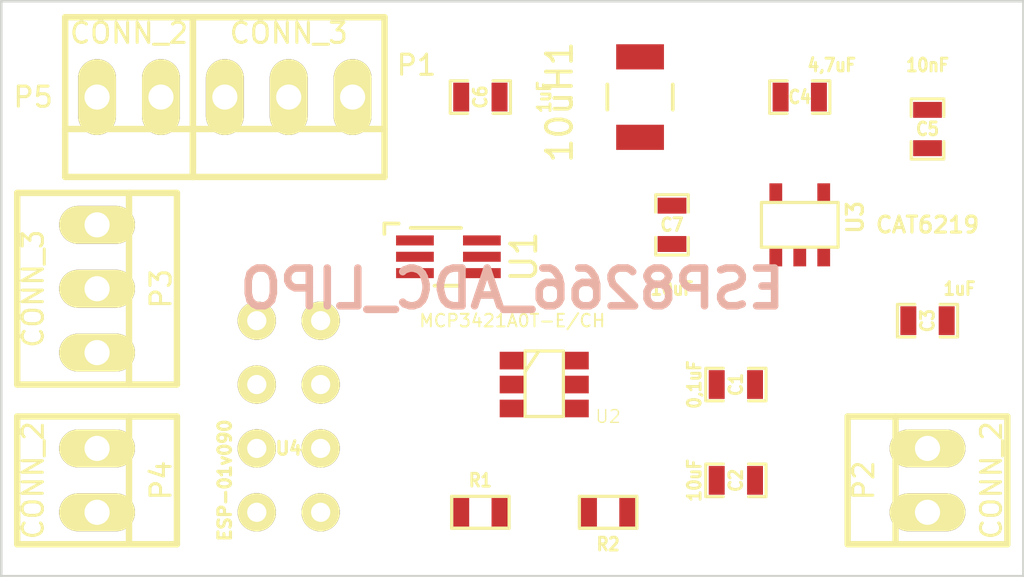
<source format=kicad_pcb>
(kicad_pcb (version 4) (host pcbnew 4.0.2-4+6225~38~ubuntu15.10.1-stable)

  (general
    (links 43)
    (no_connects 43)
    (area 13.919999 163.779999 54.660001 186.740001)
    (thickness 1.6)
    (drawings 7)
    (tracks 0)
    (zones 0)
    (modules 19)
    (nets 15)
  )

  (page A4)
  (layers
    (0 F.Cu signal)
    (31 B.Cu signal)
    (32 B.Adhes user)
    (33 F.Adhes user)
    (34 B.Paste user)
    (35 F.Paste user)
    (36 B.SilkS user)
    (37 F.SilkS user)
    (38 B.Mask user)
    (39 F.Mask user)
    (40 Dwgs.User user)
    (41 Cmts.User user)
    (42 Eco1.User user)
    (43 Eco2.User user)
    (44 Edge.Cuts user)
  )

  (setup
    (last_trace_width 0.1524)
    (trace_clearance 0.1524)
    (zone_clearance 0.508)
    (zone_45_only no)
    (trace_min 0.1524)
    (segment_width 0.2)
    (edge_width 0.1)
    (via_size 0.6858)
    (via_drill 0.3302)
    (via_min_size 0.6858)
    (via_min_drill 0.3302)
    (uvia_size 0.762)
    (uvia_drill 0.508)
    (uvias_allowed no)
    (uvia_min_size 0)
    (uvia_min_drill 0)
    (pcb_text_width 0.3)
    (pcb_text_size 1.5 1.5)
    (mod_edge_width 0.15)
    (mod_text_size 1 1)
    (mod_text_width 0.15)
    (pad_size 1.5 1.5)
    (pad_drill 0.6)
    (pad_to_mask_clearance 0)
    (aux_axis_origin 0 0)
    (visible_elements FFFFFF7F)
    (pcbplotparams
      (layerselection 0x00030_80000001)
      (usegerberextensions true)
      (excludeedgelayer true)
      (linewidth 0.150000)
      (plotframeref false)
      (viasonmask false)
      (mode 1)
      (useauxorigin false)
      (hpglpennumber 1)
      (hpglpenspeed 20)
      (hpglpendiameter 15)
      (hpglpenoverlay 2)
      (psnegative false)
      (psa4output false)
      (plotreference true)
      (plotvalue true)
      (plotinvisibletext false)
      (padsonsilk false)
      (subtractmaskfromsilk false)
      (outputformat 1)
      (mirror false)
      (drillshape 0)
      (scaleselection 1)
      (outputdirectory gerber))
  )

  (net 0 "")
  (net 1 GND)
  (net 2 /VIN33)
  (net 3 /ldo_output)
  (net 4 "Net-(C5-Pad1)")
  (net 5 "Net-(U4-Pad5)")
  (net 6 /sda)
  (net 7 /scl)
  (net 8 /TX)
  (net 9 /RX)
  (net 10 /INPUT-)
  (net 11 /INPUT+)
  (net 12 VCC)
  (net 13 "Net-(10uH1-Pad2)")
  (net 14 "Net-(U1-Pad1)")

  (net_class Default "This is the default net class."
    (clearance 0.1524)
    (trace_width 0.1524)
    (via_dia 0.6858)
    (via_drill 0.3302)
    (uvia_dia 0.762)
    (uvia_drill 0.508)
    (add_net /INPUT+)
    (add_net /INPUT-)
    (add_net /RX)
    (add_net /TX)
    (add_net /VIN33)
    (add_net /ldo_output)
    (add_net /scl)
    (add_net /sda)
    (add_net GND)
    (add_net "Net-(10uH1-Pad2)")
    (add_net "Net-(C5-Pad1)")
    (add_net "Net-(U1-Pad1)")
    (add_net "Net-(U4-Pad5)")
    (add_net VCC)
  )

  (module SMD_Packages:SM0603_Capa (layer F.Cu) (tedit 574C9584) (tstamp 574C908D)
    (at 33.02 167.64)
    (path /57FE8989)
    (attr smd)
    (fp_text reference C6 (at 0 0 90) (layer F.SilkS)
      (effects (font (size 0.508 0.4572) (thickness 0.1143)))
    )
    (fp_text value 1uF (at 2.54 0 90) (layer F.SilkS)
      (effects (font (size 0.508 0.4572) (thickness 0.1143)))
    )
    (fp_line (start 0.50038 0.65024) (end 1.19888 0.65024) (layer F.SilkS) (width 0.11938))
    (fp_line (start -0.50038 0.65024) (end -1.19888 0.65024) (layer F.SilkS) (width 0.11938))
    (fp_line (start 0.50038 -0.65024) (end 1.19888 -0.65024) (layer F.SilkS) (width 0.11938))
    (fp_line (start -1.19888 -0.65024) (end -0.50038 -0.65024) (layer F.SilkS) (width 0.11938))
    (fp_line (start 1.19888 -0.635) (end 1.19888 0.635) (layer F.SilkS) (width 0.11938))
    (fp_line (start -1.19888 0.635) (end -1.19888 -0.635) (layer F.SilkS) (width 0.11938))
    (pad 1 smd rect (at -0.762 0) (size 0.635 1.143) (layers F.Cu F.Paste F.Mask)
      (net 3 /ldo_output))
    (pad 2 smd rect (at 0.762 0) (size 0.635 1.143) (layers F.Cu F.Paste F.Mask)
      (net 1 GND))
    (model smd\capacitors\C0603.wrl
      (at (xyz 0 0 0.001))
      (scale (xyz 0.5 0.5 0.5))
      (rotate (xyz 0 0 0))
    )
  )

  (module SMD_Packages:SM0603_Capa (layer F.Cu) (tedit 57475258) (tstamp 574752C8)
    (at 43.18 182.88)
    (path /573A1CB1)
    (attr smd)
    (fp_text reference C2 (at 0 0 90) (layer F.SilkS)
      (effects (font (size 0.508 0.4572) (thickness 0.1143)))
    )
    (fp_text value 10uF (at -1.651 0 90) (layer F.SilkS)
      (effects (font (size 0.508 0.4572) (thickness 0.1143)))
    )
    (fp_line (start 0.50038 0.65024) (end 1.19888 0.65024) (layer F.SilkS) (width 0.11938))
    (fp_line (start -0.50038 0.65024) (end -1.19888 0.65024) (layer F.SilkS) (width 0.11938))
    (fp_line (start 0.50038 -0.65024) (end 1.19888 -0.65024) (layer F.SilkS) (width 0.11938))
    (fp_line (start -1.19888 -0.65024) (end -0.50038 -0.65024) (layer F.SilkS) (width 0.11938))
    (fp_line (start 1.19888 -0.635) (end 1.19888 0.635) (layer F.SilkS) (width 0.11938))
    (fp_line (start -1.19888 0.635) (end -1.19888 -0.635) (layer F.SilkS) (width 0.11938))
    (pad 1 smd rect (at -0.762 0) (size 0.635 1.143) (layers F.Cu F.Paste F.Mask)
      (net 1 GND))
    (pad 2 smd rect (at 0.762 0) (size 0.635 1.143) (layers F.Cu F.Paste F.Mask)
      (net 2 /VIN33))
    (model smd\capacitors\C0603.wrl
      (at (xyz 0 0 0.001))
      (scale (xyz 0.5 0.5 0.5))
      (rotate (xyz 0 0 0))
    )
  )

  (module SMD_Packages:SM0603_Capa (layer F.Cu) (tedit 574C9432) (tstamp 575202C1)
    (at 45.72 167.64 180)
    (path /5739F820)
    (attr smd)
    (fp_text reference C4 (at 0 0 360) (layer F.SilkS)
      (effects (font (size 0.508 0.4572) (thickness 0.1143)))
    )
    (fp_text value 4,7uF (at -1.27 1.27 360) (layer F.SilkS)
      (effects (font (size 0.508 0.4572) (thickness 0.1143)))
    )
    (fp_line (start 0.50038 0.65024) (end 1.19888 0.65024) (layer F.SilkS) (width 0.11938))
    (fp_line (start -0.50038 0.65024) (end -1.19888 0.65024) (layer F.SilkS) (width 0.11938))
    (fp_line (start 0.50038 -0.65024) (end 1.19888 -0.65024) (layer F.SilkS) (width 0.11938))
    (fp_line (start -1.19888 -0.65024) (end -0.50038 -0.65024) (layer F.SilkS) (width 0.11938))
    (fp_line (start 1.19888 -0.635) (end 1.19888 0.635) (layer F.SilkS) (width 0.11938))
    (fp_line (start -1.19888 0.635) (end -1.19888 -0.635) (layer F.SilkS) (width 0.11938))
    (pad 1 smd rect (at -0.762 0 180) (size 0.635 1.143) (layers F.Cu F.Paste F.Mask)
      (net 1 GND))
    (pad 2 smd rect (at 0.762 0 180) (size 0.635 1.143) (layers F.Cu F.Paste F.Mask)
      (net 3 /ldo_output))
    (model smd\capacitors\C0603.wrl
      (at (xyz 0 0 0.001))
      (scale (xyz 0.5 0.5 0.5))
      (rotate (xyz 0 0 0))
    )
  )

  (module SMD_Packages:SM0603_Capa (layer F.Cu) (tedit 574F3520) (tstamp 574C905C)
    (at 40.64 172.72 90)
    (path /57FE8ABC)
    (attr smd)
    (fp_text reference C7 (at 0 0 180) (layer F.SilkS)
      (effects (font (size 0.508 0.4572) (thickness 0.1143)))
    )
    (fp_text value 10uF (at -2.54 0 180) (layer F.SilkS)
      (effects (font (size 0.508 0.4572) (thickness 0.1143)))
    )
    (fp_line (start 0.50038 0.65024) (end 1.19888 0.65024) (layer F.SilkS) (width 0.11938))
    (fp_line (start -0.50038 0.65024) (end -1.19888 0.65024) (layer F.SilkS) (width 0.11938))
    (fp_line (start 0.50038 -0.65024) (end 1.19888 -0.65024) (layer F.SilkS) (width 0.11938))
    (fp_line (start -1.19888 -0.65024) (end -0.50038 -0.65024) (layer F.SilkS) (width 0.11938))
    (fp_line (start 1.19888 -0.635) (end 1.19888 0.635) (layer F.SilkS) (width 0.11938))
    (fp_line (start -1.19888 0.635) (end -1.19888 -0.635) (layer F.SilkS) (width 0.11938))
    (pad 1 smd rect (at -0.762 0 90) (size 0.635 1.143) (layers F.Cu F.Paste F.Mask)
      (net 2 /VIN33))
    (pad 2 smd rect (at 0.762 0 90) (size 0.635 1.143) (layers F.Cu F.Paste F.Mask)
      (net 1 GND))
    (model smd\capacitors\C0603.wrl
      (at (xyz 0 0 0.001))
      (scale (xyz 0.5 0.5 0.5))
      (rotate (xyz 0 0 0))
    )
  )

  (module SMD_Packages:SM0603 (layer F.Cu) (tedit 574C949D) (tstamp 57448FB7)
    (at 33.02 184.15)
    (path /573A1D51)
    (attr smd)
    (fp_text reference R1 (at 0 -1.27) (layer F.SilkS)
      (effects (font (size 0.508 0.4572) (thickness 0.1143)))
    )
    (fp_text value 10k (at 0 0) (layer F.SilkS) hide
      (effects (font (size 0.508 0.4572) (thickness 0.1143)))
    )
    (fp_line (start -1.143 -0.635) (end 1.143 -0.635) (layer F.SilkS) (width 0.127))
    (fp_line (start 1.143 -0.635) (end 1.143 0.635) (layer F.SilkS) (width 0.127))
    (fp_line (start 1.143 0.635) (end -1.143 0.635) (layer F.SilkS) (width 0.127))
    (fp_line (start -1.143 0.635) (end -1.143 -0.635) (layer F.SilkS) (width 0.127))
    (pad 1 smd rect (at -0.762 0) (size 0.635 1.143) (layers F.Cu F.Paste F.Mask)
      (net 2 /VIN33))
    (pad 2 smd rect (at 0.762 0) (size 0.635 1.143) (layers F.Cu F.Paste F.Mask)
      (net 7 /scl))
    (model smd\resistors\R0603.wrl
      (at (xyz 0 0 0.001))
      (scale (xyz 0.5 0.5 0.5))
      (rotate (xyz 0 0 0))
    )
  )

  (module SMD_Packages:SM0603 (layer F.Cu) (tedit 574C9498) (tstamp 57448FC2)
    (at 38.1 184.15 180)
    (path /573A1D65)
    (attr smd)
    (fp_text reference R2 (at 0 -1.27 360) (layer F.SilkS)
      (effects (font (size 0.508 0.4572) (thickness 0.1143)))
    )
    (fp_text value 10k (at 0 0 180) (layer F.SilkS) hide
      (effects (font (size 0.508 0.4572) (thickness 0.1143)))
    )
    (fp_line (start -1.143 -0.635) (end 1.143 -0.635) (layer F.SilkS) (width 0.127))
    (fp_line (start 1.143 -0.635) (end 1.143 0.635) (layer F.SilkS) (width 0.127))
    (fp_line (start 1.143 0.635) (end -1.143 0.635) (layer F.SilkS) (width 0.127))
    (fp_line (start -1.143 0.635) (end -1.143 -0.635) (layer F.SilkS) (width 0.127))
    (pad 1 smd rect (at -0.762 0 180) (size 0.635 1.143) (layers F.Cu F.Paste F.Mask)
      (net 2 /VIN33))
    (pad 2 smd rect (at 0.762 0 180) (size 0.635 1.143) (layers F.Cu F.Paste F.Mask)
      (net 6 /sda))
    (model smd\resistors\R0603.wrl
      (at (xyz 0 0 0.001))
      (scale (xyz 0.5 0.5 0.5))
      (rotate (xyz 0 0 0))
    )
  )

  (module SMD_Packages:SOT23_6 (layer F.Cu) (tedit 574C95A4) (tstamp 57448FAC)
    (at 35.56 179.07 270)
    (path /5738C96E)
    (fp_text reference U2 (at 1.27 -2.54 360) (layer F.SilkS)
      (effects (font (size 0.508 0.508) (thickness 0.0508)))
    )
    (fp_text value MCP3421A0T-E/CH (at -2.54 1.27 360) (layer F.SilkS)
      (effects (font (size 0.50038 0.50038) (thickness 0.0762)))
    )
    (fp_line (start -0.508 0.762) (end -1.27 0.254) (layer F.SilkS) (width 0.127))
    (fp_line (start 1.27 0.762) (end -1.3335 0.762) (layer F.SilkS) (width 0.127))
    (fp_line (start -1.3335 0.762) (end -1.3335 -0.762) (layer F.SilkS) (width 0.127))
    (fp_line (start -1.3335 -0.762) (end 1.27 -0.762) (layer F.SilkS) (width 0.127))
    (fp_line (start 1.27 -0.762) (end 1.27 0.762) (layer F.SilkS) (width 0.127))
    (pad 6 smd rect (at -0.9525 -1.27 270) (size 0.70104 1.00076) (layers F.Cu F.Paste F.Mask)
      (net 10 /INPUT-))
    (pad 5 smd rect (at 0 -1.27 270) (size 0.70104 1.00076) (layers F.Cu F.Paste F.Mask)
      (net 2 /VIN33))
    (pad 4 smd rect (at 0.9525 -1.27 270) (size 0.70104 1.00076) (layers F.Cu F.Paste F.Mask)
      (net 6 /sda))
    (pad 3 smd rect (at 0.9525 1.27 270) (size 0.70104 1.00076) (layers F.Cu F.Paste F.Mask)
      (net 7 /scl))
    (pad 2 smd rect (at 0 1.27 270) (size 0.70104 1.00076) (layers F.Cu F.Paste F.Mask)
      (net 1 GND))
    (pad 1 smd rect (at -0.9525 1.27 270) (size 0.70104 1.00076) (layers F.Cu F.Paste F.Mask)
      (net 11 /INPUT+))
    (model smd/SOT23_6.wrl
      (at (xyz 0 0 0))
      (scale (xyz 0.11 0.11 0.11))
      (rotate (xyz 0 0 0))
    )
  )

  (module SMD_Packages:SOT23-5 (layer F.Cu) (tedit 574C9447) (tstamp 574DD7F1)
    (at 45.72 172.72)
    (path /5738CCB8)
    (attr smd)
    (fp_text reference U3 (at 2.19964 -0.29972 90) (layer F.SilkS)
      (effects (font (size 0.635 0.635) (thickness 0.127)))
    )
    (fp_text value CAT6219 (at 5.08 0 180) (layer F.SilkS)
      (effects (font (size 0.635 0.635) (thickness 0.127)))
    )
    (fp_line (start 1.524 -0.889) (end 1.524 0.889) (layer F.SilkS) (width 0.127))
    (fp_line (start 1.524 0.889) (end -1.524 0.889) (layer F.SilkS) (width 0.127))
    (fp_line (start -1.524 0.889) (end -1.524 -0.889) (layer F.SilkS) (width 0.127))
    (fp_line (start -1.524 -0.889) (end 1.524 -0.889) (layer F.SilkS) (width 0.127))
    (pad 1 smd rect (at -0.9525 1.27) (size 0.508 0.762) (layers F.Cu F.Paste F.Mask)
      (net 12 VCC))
    (pad 3 smd rect (at 0.9525 1.27) (size 0.508 0.762) (layers F.Cu F.Paste F.Mask)
      (net 12 VCC))
    (pad 5 smd rect (at -0.9525 -1.27) (size 0.508 0.762) (layers F.Cu F.Paste F.Mask)
      (net 3 /ldo_output))
    (pad 2 smd rect (at 0 1.27) (size 0.508 0.762) (layers F.Cu F.Paste F.Mask)
      (net 1 GND))
    (pad 4 smd rect (at 0.9525 -1.27) (size 0.508 0.762) (layers F.Cu F.Paste F.Mask)
      (net 4 "Net-(C5-Pad1)"))
    (model smd/SOT23_5.wrl
      (at (xyz 0 0 0))
      (scale (xyz 0.1 0.1 0.1))
      (rotate (xyz 0 0 0))
    )
  )

  (module ESP01:ESP01 (layer F.Cu) (tedit 574F353D) (tstamp 573E0046)
    (at 25.4 180.34)
    (path /5738C95A)
    (fp_text reference U4 (at 0 1.27) (layer F.SilkS)
      (effects (font (size 0.508 0.508) (thickness 0.127)))
    )
    (fp_text value ESP-01v090 (at -2.54 2.54 90) (layer F.SilkS)
      (effects (font (size 0.5 0.5) (thickness 0.125)))
    )
    (pad 1 thru_hole circle (at -1.27 -3.81) (size 1.524 1.524) (drill 0.762) (layers *.Cu *.Mask F.SilkS)
      (net 9 /RX))
    (pad 2 thru_hole circle (at 1.27 -3.81) (size 1.524 1.524) (drill 0.762) (layers *.Cu *.Mask F.SilkS)
      (net 1 GND))
    (pad 3 thru_hole circle (at -1.27 -1.27) (size 1.524 1.524) (drill 0.762) (layers *.Cu *.Mask F.SilkS)
      (net 2 /VIN33))
    (pad 4 thru_hole circle (at 1.27 -1.27) (size 1.524 1.524) (drill 0.762) (layers *.Cu *.Mask F.SilkS)
      (net 7 /scl))
    (pad 5 thru_hole circle (at -1.27 1.27) (size 1.524 1.524) (drill 0.762) (layers *.Cu *.Mask F.SilkS)
      (net 5 "Net-(U4-Pad5)"))
    (pad 6 thru_hole circle (at 1.27 1.27) (size 1.524 1.524) (drill 0.762) (layers *.Cu *.Mask F.SilkS)
      (net 6 /sda))
    (pad 7 thru_hole circle (at -1.27 3.81) (size 1.524 1.524) (drill 0.762) (layers *.Cu *.Mask F.SilkS)
      (net 2 /VIN33))
    (pad 8 thru_hole circle (at 1.27 3.81) (size 1.524 1.524) (drill 0.762) (layers *.Cu *.Mask F.SilkS)
      (net 8 /TX))
  )

  (module Connect:PINHEAD1-2 (layer F.Cu) (tedit 574F34E7) (tstamp 574F356C)
    (at 50.8 182.88 90)
    (path /57472654)
    (attr virtual)
    (fp_text reference P2 (at 0 -2.54 90) (layer F.SilkS)
      (effects (font (size 0.8 0.8) (thickness 0.12)))
    )
    (fp_text value CONN_2 (at 0 2.54 90) (layer F.SilkS)
      (effects (font (size 0.8 0.8) (thickness 0.12)))
    )
    (fp_line (start 2.54 -1.27) (end -2.54 -1.27) (layer F.SilkS) (width 0.254))
    (fp_line (start 2.54 3.175) (end -2.54 3.175) (layer F.SilkS) (width 0.254))
    (fp_line (start -2.54 -3.175) (end 2.54 -3.175) (layer F.SilkS) (width 0.254))
    (fp_line (start -2.54 -3.175) (end -2.54 3.175) (layer F.SilkS) (width 0.254))
    (fp_line (start 2.54 -3.175) (end 2.54 3.175) (layer F.SilkS) (width 0.254))
    (pad 1 thru_hole oval (at -1.27 0 90) (size 1.50622 3.01498) (drill 0.99822) (layers *.Cu *.Mask F.SilkS)
      (net 12 VCC))
    (pad 2 thru_hole oval (at 1.27 0 90) (size 1.50622 3.01498) (drill 0.99822) (layers *.Cu *.Mask F.SilkS)
      (net 1 GND))
  )

  (module Connect:PINHEAD1-3 (layer F.Cu) (tedit 574F0E0D) (tstamp 574B563E)
    (at 17.78 175.26 270)
    (path /574B347B)
    (attr virtual)
    (fp_text reference P3 (at 0 -2.54 270) (layer F.SilkS)
      (effects (font (size 0.8 0.8) (thickness 0.12)))
    )
    (fp_text value CONN_3 (at 0 2.54 270) (layer F.SilkS)
      (effects (font (size 0.8 0.8) (thickness 0.12)))
    )
    (fp_line (start -3.81 -3.175) (end -3.81 3.175) (layer F.SilkS) (width 0.254))
    (fp_line (start 3.81 -3.175) (end 3.81 3.175) (layer F.SilkS) (width 0.254))
    (fp_line (start 3.81 -1.27) (end -3.81 -1.27) (layer F.SilkS) (width 0.254))
    (fp_line (start -3.81 -3.175) (end 3.81 -3.175) (layer F.SilkS) (width 0.254))
    (fp_line (start 3.81 3.175) (end -3.81 3.175) (layer F.SilkS) (width 0.254))
    (pad 1 thru_hole oval (at -2.54 0 270) (size 1.50622 3.01498) (drill 0.99822) (layers *.Cu *.Mask F.SilkS)
      (net 7 /scl))
    (pad 2 thru_hole oval (at 0 0 270) (size 1.50622 3.01498) (drill 0.99822) (layers *.Cu *.Mask F.SilkS)
      (net 6 /sda))
    (pad 3 thru_hole oval (at 2.54 0 270) (size 1.50622 3.01498) (drill 0.99822) (layers *.Cu *.Mask F.SilkS)
      (net 1 GND))
  )

  (module Connect:PINHEAD1-2 (layer F.Cu) (tedit 574F0E14) (tstamp 574B5649)
    (at 17.78 182.88 270)
    (path /574B5592)
    (attr virtual)
    (fp_text reference P4 (at 0 -2.54 270) (layer F.SilkS)
      (effects (font (size 0.8 0.8) (thickness 0.12)))
    )
    (fp_text value CONN_2 (at 0 2.54 270) (layer F.SilkS)
      (effects (font (size 0.8 0.8) (thickness 0.12)))
    )
    (fp_line (start 2.54 -1.27) (end -2.54 -1.27) (layer F.SilkS) (width 0.254))
    (fp_line (start 2.54 3.175) (end -2.54 3.175) (layer F.SilkS) (width 0.254))
    (fp_line (start -2.54 -3.175) (end 2.54 -3.175) (layer F.SilkS) (width 0.254))
    (fp_line (start -2.54 -3.175) (end -2.54 3.175) (layer F.SilkS) (width 0.254))
    (fp_line (start 2.54 -3.175) (end 2.54 3.175) (layer F.SilkS) (width 0.254))
    (pad 1 thru_hole oval (at -1.27 0 270) (size 1.50622 3.01498) (drill 0.99822) (layers *.Cu *.Mask F.SilkS)
      (net 9 /RX))
    (pad 2 thru_hole oval (at 1.27 0 270) (size 1.50622 3.01498) (drill 0.99822) (layers *.Cu *.Mask F.SilkS)
      (net 8 /TX))
  )

  (module Connect:PINHEAD1-2 (layer F.Cu) (tedit 574F0E04) (tstamp 574B5654)
    (at 19.05 167.64 180)
    (path /574B55AA)
    (attr virtual)
    (fp_text reference P5 (at 3.81 0 180) (layer F.SilkS)
      (effects (font (size 0.8 0.8) (thickness 0.12)))
    )
    (fp_text value CONN_2 (at 0 2.54 180) (layer F.SilkS)
      (effects (font (size 0.8 0.8) (thickness 0.12)))
    )
    (fp_line (start 2.54 -1.27) (end -2.54 -1.27) (layer F.SilkS) (width 0.254))
    (fp_line (start 2.54 3.175) (end -2.54 3.175) (layer F.SilkS) (width 0.254))
    (fp_line (start -2.54 -3.175) (end 2.54 -3.175) (layer F.SilkS) (width 0.254))
    (fp_line (start -2.54 -3.175) (end -2.54 3.175) (layer F.SilkS) (width 0.254))
    (fp_line (start 2.54 -3.175) (end 2.54 3.175) (layer F.SilkS) (width 0.254))
    (pad 1 thru_hole oval (at -1.27 0 180) (size 1.50622 3.01498) (drill 0.99822) (layers *.Cu *.Mask F.SilkS)
      (net 2 /VIN33))
    (pad 2 thru_hole oval (at 1.27 0 180) (size 1.50622 3.01498) (drill 0.99822) (layers *.Cu *.Mask F.SilkS)
      (net 1 GND))
  )

  (module Connect:PINHEAD1-3 (layer F.Cu) (tedit 574F0E24) (tstamp 574F3591)
    (at 25.4 167.64 180)
    (path /574727C8)
    (attr virtual)
    (fp_text reference P1 (at -5.08 1.27 180) (layer F.SilkS)
      (effects (font (size 0.8 0.8) (thickness 0.12)))
    )
    (fp_text value CONN_3 (at 0 2.54 180) (layer F.SilkS)
      (effects (font (size 0.8 0.8) (thickness 0.12)))
    )
    (fp_line (start -3.81 -3.175) (end -3.81 3.175) (layer F.SilkS) (width 0.254))
    (fp_line (start 3.81 -3.175) (end 3.81 3.175) (layer F.SilkS) (width 0.254))
    (fp_line (start 3.81 -1.27) (end -3.81 -1.27) (layer F.SilkS) (width 0.254))
    (fp_line (start -3.81 -3.175) (end 3.81 -3.175) (layer F.SilkS) (width 0.254))
    (fp_line (start 3.81 3.175) (end -3.81 3.175) (layer F.SilkS) (width 0.254))
    (pad 1 thru_hole oval (at -2.54 0 180) (size 1.50622 3.01498) (drill 0.99822) (layers *.Cu *.Mask F.SilkS)
      (net 1 GND))
    (pad 2 thru_hole oval (at 0 0 180) (size 1.50622 3.01498) (drill 0.99822) (layers *.Cu *.Mask F.SilkS)
      (net 10 /INPUT-))
    (pad 3 thru_hole oval (at 2.54 0 180) (size 1.50622 3.01498) (drill 0.99822) (layers *.Cu *.Mask F.SilkS)
      (net 11 /INPUT+))
  )

  (module SMD_Packages:SM0603_Capa (layer F.Cu) (tedit 574C6C2C) (tstamp 573DFFBA)
    (at 43.18 179.07)
    (path /573A1C9D)
    (attr smd)
    (fp_text reference C1 (at 0 0 90) (layer F.SilkS)
      (effects (font (size 0.508 0.4572) (thickness 0.1143)))
    )
    (fp_text value 0,1uF (at -1.651 0 90) (layer F.SilkS)
      (effects (font (size 0.508 0.4572) (thickness 0.1143)))
    )
    (fp_line (start 0.50038 0.65024) (end 1.19888 0.65024) (layer F.SilkS) (width 0.11938))
    (fp_line (start -0.50038 0.65024) (end -1.19888 0.65024) (layer F.SilkS) (width 0.11938))
    (fp_line (start 0.50038 -0.65024) (end 1.19888 -0.65024) (layer F.SilkS) (width 0.11938))
    (fp_line (start -1.19888 -0.65024) (end -0.50038 -0.65024) (layer F.SilkS) (width 0.11938))
    (fp_line (start 1.19888 -0.635) (end 1.19888 0.635) (layer F.SilkS) (width 0.11938))
    (fp_line (start -1.19888 0.635) (end -1.19888 -0.635) (layer F.SilkS) (width 0.11938))
    (pad 1 smd rect (at -0.762 0) (size 0.635 1.143) (layers F.Cu F.Paste F.Mask)
      (net 1 GND))
    (pad 2 smd rect (at 0.762 0) (size 0.635 1.143) (layers F.Cu F.Paste F.Mask)
      (net 2 /VIN33))
    (model smd\capacitors\C0603.wrl
      (at (xyz 0 0 0.001))
      (scale (xyz 0.5 0.5 0.5))
      (rotate (xyz 0 0 0))
    )
  )

  (module SMD_Packages:SM0603_Capa (layer F.Cu) (tedit 574C95AE) (tstamp 575202F3)
    (at 50.8 176.53)
    (path /5739F80C)
    (attr smd)
    (fp_text reference C3 (at 0 0 90) (layer F.SilkS)
      (effects (font (size 0.508 0.4572) (thickness 0.1143)))
    )
    (fp_text value 1uF (at 1.27 -1.27 180) (layer F.SilkS)
      (effects (font (size 0.508 0.4572) (thickness 0.1143)))
    )
    (fp_line (start 0.50038 0.65024) (end 1.19888 0.65024) (layer F.SilkS) (width 0.11938))
    (fp_line (start -0.50038 0.65024) (end -1.19888 0.65024) (layer F.SilkS) (width 0.11938))
    (fp_line (start 0.50038 -0.65024) (end 1.19888 -0.65024) (layer F.SilkS) (width 0.11938))
    (fp_line (start -1.19888 -0.65024) (end -0.50038 -0.65024) (layer F.SilkS) (width 0.11938))
    (fp_line (start 1.19888 -0.635) (end 1.19888 0.635) (layer F.SilkS) (width 0.11938))
    (fp_line (start -1.19888 0.635) (end -1.19888 -0.635) (layer F.SilkS) (width 0.11938))
    (pad 1 smd rect (at -0.762 0) (size 0.635 1.143) (layers F.Cu F.Paste F.Mask)
      (net 1 GND))
    (pad 2 smd rect (at 0.762 0) (size 0.635 1.143) (layers F.Cu F.Paste F.Mask)
      (net 12 VCC))
    (model smd\capacitors\C0603.wrl
      (at (xyz 0 0 0.001))
      (scale (xyz 0.5 0.5 0.5))
      (rotate (xyz 0 0 0))
    )
  )

  (module SMD_Packages:SM0603_Capa (layer F.Cu) (tedit 574F3528) (tstamp 573E199D)
    (at 50.8 168.91 90)
    (path /5739F988)
    (attr smd)
    (fp_text reference C5 (at 0 0 180) (layer F.SilkS)
      (effects (font (size 0.508 0.4572) (thickness 0.1143)))
    )
    (fp_text value 10nF (at 2.54 0 180) (layer F.SilkS)
      (effects (font (size 0.508 0.4572) (thickness 0.1143)))
    )
    (fp_line (start 0.50038 0.65024) (end 1.19888 0.65024) (layer F.SilkS) (width 0.11938))
    (fp_line (start -0.50038 0.65024) (end -1.19888 0.65024) (layer F.SilkS) (width 0.11938))
    (fp_line (start 0.50038 -0.65024) (end 1.19888 -0.65024) (layer F.SilkS) (width 0.11938))
    (fp_line (start -1.19888 -0.65024) (end -0.50038 -0.65024) (layer F.SilkS) (width 0.11938))
    (fp_line (start 1.19888 -0.635) (end 1.19888 0.635) (layer F.SilkS) (width 0.11938))
    (fp_line (start -1.19888 0.635) (end -1.19888 -0.635) (layer F.SilkS) (width 0.11938))
    (pad 1 smd rect (at -0.762 0 90) (size 0.635 1.143) (layers F.Cu F.Paste F.Mask)
      (net 4 "Net-(C5-Pad1)"))
    (pad 2 smd rect (at 0.762 0 90) (size 0.635 1.143) (layers F.Cu F.Paste F.Mask)
      (net 1 GND))
    (model smd\capacitors\C0603.wrl
      (at (xyz 0 0 0.001))
      (scale (xyz 0.5 0.5 0.5))
      (rotate (xyz 0 0 0))
    )
  )

  (module Inductors_NEOSID:Neosid_Inductor_SM-NE30_SMD1210 (layer F.Cu) (tedit 0) (tstamp 57FE725F)
    (at 39.37 167.64 90)
    (descr "Neosid, Inductor, SM-NE30, SMD1210, Festinduktivitaet, SMD,")
    (tags "Neosid, Inductor, SM-NE30, SMD1210, Festinduktivitaet, SMD,")
    (path /57FE738F)
    (attr smd)
    (fp_text reference 10uH1 (at -0.20066 -3.2004 90) (layer F.SilkS)
      (effects (font (size 1 1) (thickness 0.15)))
    )
    (fp_text value INDUCTOR_SMALL (at 0 3.2004 90) (layer F.Fab)
      (effects (font (size 1 1) (thickness 0.15)))
    )
    (fp_line (start 0.50038 1.30048) (end -0.50038 1.30048) (layer F.SilkS) (width 0.15))
    (fp_line (start 0.50038 -1.30048) (end -0.50038 -1.30048) (layer F.SilkS) (width 0.15))
    (pad 2 smd rect (at 1.6002 0 90) (size 1.00076 1.89992) (layers F.Cu F.Paste F.Mask)
      (net 13 "Net-(10uH1-Pad2)"))
    (pad 1 smd rect (at -1.6002 0 90) (size 1.00076 1.89992) (layers F.Cu F.Paste F.Mask)
      (net 3 /ldo_output))
  )

  (module TO_SOT_Packages_SMD:SC-70-6_Handsoldering (layer F.Cu) (tedit 56EA23C4) (tstamp 57FE7269)
    (at 31.75 173.99 270)
    (descr "SC-70-6, Handsoldering,")
    (tags "SC-70-6 Handsoldering")
    (path /57FE7171)
    (attr smd)
    (fp_text reference U1 (at 0 -3 270) (layer F.SilkS)
      (effects (font (size 1 1) (thickness 0.15)))
    )
    (fp_text value LTC3525 (at 0 3.5 270) (layer F.Fab)
      (effects (font (size 1 1) (thickness 0.15)))
    )
    (fp_line (start 1.3 2.4) (end 1.3 -2.4) (layer F.CrtYd) (width 0.05))
    (fp_line (start -1.3 2.4) (end 1.3 2.4) (layer F.CrtYd) (width 0.05))
    (fp_line (start -1.3 -2.4) (end -1.3 2.4) (layer F.CrtYd) (width 0.05))
    (fp_line (start 1.3 -2.4) (end -1.3 -2.4) (layer F.CrtYd) (width 0.05))
    (fp_line (start 1.15 -0.55) (end 1.15 0.55) (layer F.SilkS) (width 0.15))
    (fp_line (start -1.15 -0.5) (end -1.15 1.5) (layer F.SilkS) (width 0.15))
    (fp_line (start -1.3208 1.97866) (end -1.3208 2.54762) (layer F.SilkS) (width 0.15))
    (fp_line (start -1.3208 2.54762) (end -0.90932 2.54762) (layer F.SilkS) (width 0.15))
    (pad 1 smd rect (at -0.65024 1.33096 270) (size 0.39878 1.50114) (layers F.Cu F.Paste F.Mask)
      (net 14 "Net-(U1-Pad1)"))
    (pad 2 smd rect (at 0 1.33096 270) (size 0.39878 1.50114) (layers F.Cu F.Paste F.Mask)
      (net 1 GND))
    (pad 3 smd rect (at 0.65024 1.33096 270) (size 0.39878 1.50114) (layers F.Cu F.Paste F.Mask)
      (net 3 /ldo_output))
    (pad 4 smd rect (at 0.65024 -1.33096 270) (size 0.39878 1.50114) (layers F.Cu F.Paste F.Mask)
      (net 2 /VIN33))
    (pad 5 smd rect (at 0 -1.33096 270) (size 0.39878 1.50114) (layers F.Cu F.Paste F.Mask)
      (net 1 GND))
    (pad 6 smd rect (at -0.65024 -1.33096 270) (size 0.39878 1.50114) (layers F.Cu F.Paste F.Mask)
      (net 13 "Net-(10uH1-Pad2)"))
    (model TO_SOT_Packages_SMD.3dshapes/SC-70-6_Handsoldering.wrl
      (at (xyz 0 0 0))
      (scale (xyz 1 1 1))
      (rotate (xyz 0 0 0))
    )
  )

  (gr_line (start 54.61 163.83) (end 54.61 186.69) (angle 90) (layer Edge.Cuts) (width 0.1))
  (gr_line (start 13.97 163.83) (end 13.97 186.69) (angle 90) (layer Edge.Cuts) (width 0.1))
  (gr_line (start 13.97 163.83) (end 13.97 165.1) (angle 90) (layer Edge.Cuts) (width 0.1))
  (gr_line (start 13.97 165.1) (end 13.97 163.83) (angle 90) (layer Edge.Cuts) (width 0.1))
  (gr_text ESP8266_ADC_LIPO (at 34.29 175.26) (layer B.SilkS)
    (effects (font (size 1.5 1.5) (thickness 0.3)) (justify mirror))
  )
  (gr_line (start 13.97 163.83) (end 54.61 163.83) (angle 90) (layer Edge.Cuts) (width 0.1))
  (gr_line (start 54.61 186.69) (end 13.97 186.69) (angle 90) (layer Edge.Cuts) (width 0.1))

)

</source>
